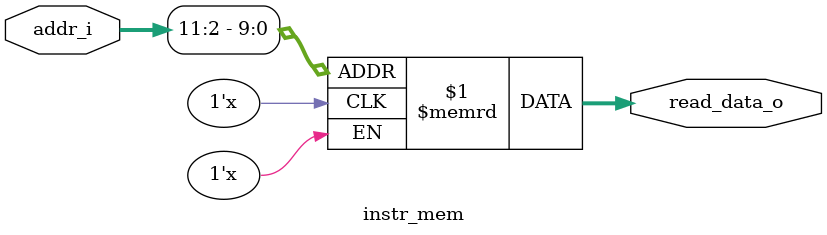
<source format=sv>
module instr_mem(
  input  logic [31:0] addr_i,
  output logic [31:0] read_data_o
);

  logic [31:0] mem [0:1023];  // 1024 ячейки по 32 бита

  // Асинхронное чтение
  assign read_data_o = mem[addr_i[11:2]];

endmodule
</source>
